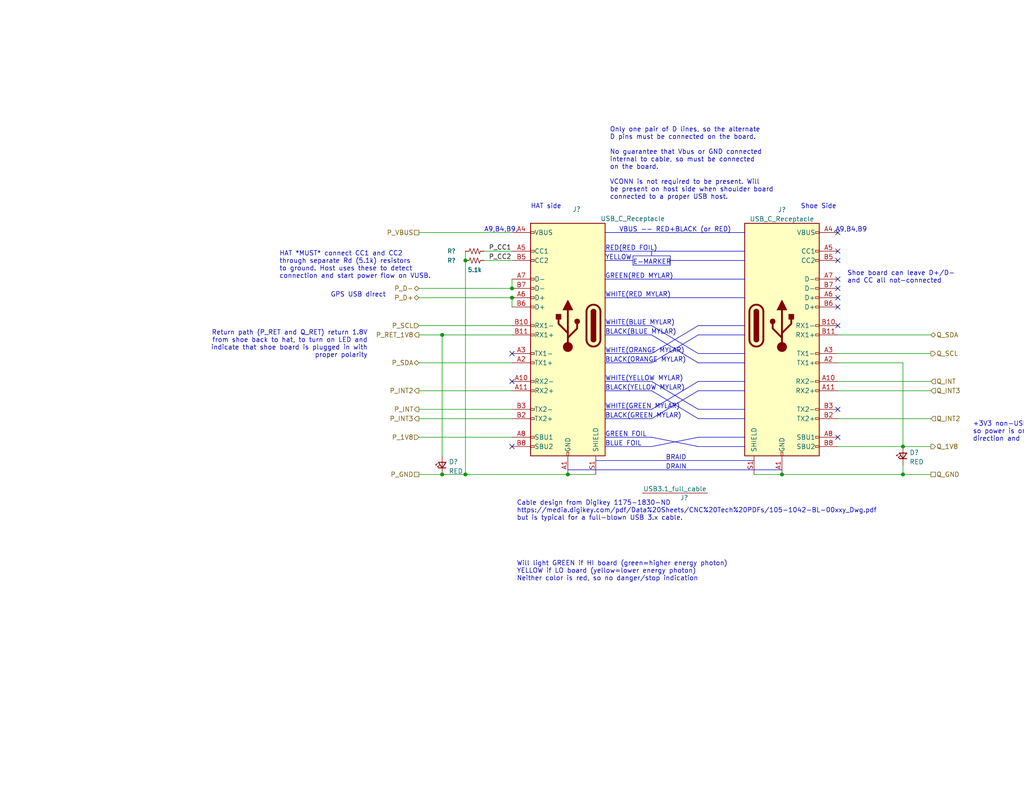
<source format=kicad_sch>
(kicad_sch (version 20211123) (generator eeschema)
  (paper "USLetter")
  (title_block (title "Rollercoasterometer") (date "2022-10-07") (company "Kwan Systems"))
  (lib_symbols
    (symbol "Connector:USB_C_Receptacle" (pin_names (offset 1.016))
      (property "Reference" "J" (at -10.16 29.21 0))
      (property "Value" "USB_C_Receptacle" (at 10.16 29.21 0))
      (symbol "USB_C_Receptacle_0_0"
        (rectangle (start -0.254 -35.56) (end 0.254 -34.544))
        (rectangle (start 10.16 -32.766) (end 9.144 -33.274))
        (rectangle (start 10.16 -30.226) (end 9.144 -30.734))
        (rectangle (start 10.16 -25.146) (end 9.144 -25.654))
        (rectangle (start 10.16 -22.606) (end 9.144 -23.114))
        (rectangle (start 10.16 -17.526) (end 9.144 -18.034))
        (rectangle (start 10.16 -14.986) (end 9.144 -15.494))
        (rectangle (start 10.16 -9.906) (end 9.144 -10.414))
        (rectangle (start 10.16 -7.366) (end 9.144 -7.874))
        (rectangle (start 10.16 -2.286) (end 9.144 -2.794))
        (rectangle (start 10.16 0.254) (end 9.144 -0.254))
        (rectangle (start 10.16 5.334) (end 9.144 4.826))
        (rectangle (start 10.16 7.874) (end 9.144 7.366))
        (rectangle (start 10.16 10.414) (end 9.144 9.906))
        (rectangle (start 10.16 12.954) (end 9.144 12.446))
        (rectangle (start 10.16 18.034) (end 9.144 17.526))
        (rectangle (start 10.16 20.574) (end 9.144 20.066))
        (rectangle (start 10.16 25.654) (end 9.144 25.146))
      )
      (symbol "USB_C_Receptacle_0_1"
        (rectangle (start -10.16 27.94) (end 10.16 -35.56) (stroke (width 0.254)) (fill (type background)))
        (arc (start -8.89 -3.81) (mid -6.985 -5.715) (end -5.08 -3.81) (stroke (width 0.508)))
        (arc (start -7.62 -3.81) (mid -6.985 -4.445) (end -6.35 -3.81) (stroke (width 0.254)))
        (arc (start -7.62 -3.81) (mid -6.985 -4.445) (end -6.35 -3.81) (stroke (width 0.254)) (fill (type outline)))
        (rectangle (start -7.62 -3.81) (end -6.35 3.81) (stroke (width 0.254)) (fill (type outline)))
        (arc (start -6.35 3.81) (mid -6.985 4.445) (end -7.62 3.81) (stroke (width 0.254)))
        (arc (start -6.35 3.81) (mid -6.985 4.445) (end -7.62 3.81) (stroke (width 0.254)) (fill (type outline)))
        (arc (start -5.08 3.81) (mid -6.985 5.715) (end -8.89 3.81) (stroke (width 0.508)))
        (polyline (pts (xy -8.89 -3.81) (xy -8.89 3.81)) (stroke (width 0.508)))
        (polyline (pts (xy -5.08 3.81) (xy -5.08 -3.81)) (stroke (width 0.508)))
      )
      (symbol "USB_C_Receptacle_1_1"
        (circle (center -2.54 1.143) (radius 0.635) (stroke (width 0.254)) (fill (type outline)))
        (circle (center 0 -5.842) (radius 1.27) (fill (type outline)))
        (polyline (pts (xy 0 -5.842) (xy 0 4.318)) (stroke (width 0.508)))
        (polyline (pts (xy 0 -3.302) (xy -2.54 -0.762) (xy -2.54 0.508)) (stroke (width 0.508)))
        (polyline (pts (xy 0 -2.032) (xy 2.54 0.508) (xy 2.54 1.778)) (stroke (width 0.508)))
        (polyline (pts (xy -1.27 4.318) (xy 0 6.858) (xy 1.27 4.318) (xy -1.27 4.318)) (stroke (width 0.254)) (fill (type outline)))
        (rectangle (start 1.905 1.778) (end 3.175 3.048) (stroke (width 0.254)) (fill (type outline)))
        (pin passive line (at 0 -40.64 90) (length 5.08) (name "GND") (number "A1"))
        (pin bidirectional line (at 15.24 -15.24 180) (length 5.08) (name "RX2-") (number "A10"))
        (pin bidirectional line (at 15.24 -17.78 180) (length 5.08) (name "RX2+") (number "A11"))
        (pin passive line (at 0 -40.64 90) (length 5.08) hide (name "GND") (number "A12"))
        (pin bidirectional line (at 15.24 -10.16 180) (length 5.08) (name "TX1+") (number "A2"))
        (pin bidirectional line (at 15.24 -7.62 180) (length 5.08) (name "TX1-") (number "A3"))
        (pin passive line (at 15.24 25.4 180) (length 5.08) (name "VBUS") (number "A4"))
        (pin bidirectional line (at 15.24 20.32 180) (length 5.08) (name "CC1") (number "A5"))
        (pin bidirectional line (at 15.24 7.62 180) (length 5.08) (name "D+") (number "A6"))
        (pin bidirectional line (at 15.24 12.7 180) (length 5.08) (name "D-") (number "A7"))
        (pin bidirectional line (at 15.24 -30.48 180) (length 5.08) (name "SBU1") (number "A8"))
        (pin passive line (at 15.24 25.4 180) (length 5.08) hide (name "VBUS") (number "A9"))
        (pin passive line (at 0 -40.64 90) (length 5.08) hide (name "GND") (number "B1"))
        (pin bidirectional line (at 15.24 0 180) (length 5.08) (name "RX1-") (number "B10"))
        (pin bidirectional line (at 15.24 -2.54 180) (length 5.08) (name "RX1+") (number "B11"))
        (pin passive line (at 0 -40.64 90) (length 5.08) hide (name "GND") (number "B12"))
        (pin bidirectional line (at 15.24 -25.4 180) (length 5.08) (name "TX2+") (number "B2"))
        (pin bidirectional line (at 15.24 -22.86 180) (length 5.08) (name "TX2-") (number "B3"))
        (pin passive line (at 15.24 25.4 180) (length 5.08) hide (name "VBUS") (number "B4"))
        (pin bidirectional line (at 15.24 17.78 180) (length 5.08) (name "CC2") (number "B5"))
        (pin bidirectional line (at 15.24 5.08 180) (length 5.08) (name "D+") (number "B6"))
        (pin bidirectional line (at 15.24 10.16 180) (length 5.08) (name "D-") (number "B7"))
        (pin bidirectional line (at 15.24 -33.02 180) (length 5.08) (name "SBU2") (number "B8"))
        (pin passive line (at 15.24 25.4 180) (length 5.08) hide (name "VBUS") (number "B9"))
        (pin passive line (at -7.62 -40.64 90) (length 5.08) (name "SHIELD") (number "S1"))
      )
    )
    (symbol "Device:LED_Small" (pin_numbers hide) (pin_names (offset 0.254) hide)
      (property "Reference" "D" (at -1.27 3.175 0))
      (property "Value" "LED_Small" (at -4.445 -2.54 0))
      (symbol "LED_Small_0_1"
        (polyline (pts (xy -0.762 -1.016) (xy -0.762 1.016)) (stroke (width 0.254)))
        (polyline (pts (xy 1.016 0) (xy -0.762 0)))
        (polyline (pts (xy 0.762 -1.016) (xy -0.762 0) (xy 0.762 1.016) (xy 0.762 -1.016)) (stroke (width 0.254)))
        (polyline (pts (xy 0 0.762) (xy -0.508 1.27) (xy -0.254 1.27) (xy -0.508 1.27) (xy -0.508 1.016)))
        (polyline (pts (xy 0.508 1.27) (xy 0 1.778) (xy 0.254 1.778) (xy 0 1.778) (xy 0 1.524)))
      )
      (symbol "LED_Small_1_1"
        (pin passive line (at -2.54 0 0) (length 1.778) (name "K") (number "1"))
        (pin passive line (at 2.54 0 180) (length 1.778) (name "A") (number "2"))
      )
    )
    (symbol "KwanSystems:RESISTOR" (pin_numbers hide) (pin_names (offset 1.016) hide)
      (property "Reference" "R" (at -1.27 1.27 0))
      (property "Value" "RESISTOR" (at -1.27 -2.54 0))
      (symbol "RESISTOR_0_1"
        (polyline (pts (xy 0 0) (xy -0.254 0.762) (xy -0.762 -0.762) (xy -1.27 0.762) (xy -1.524 0)))
        (polyline (pts (xy 0 0) (xy 0.254 -0.762) (xy 0.762 0.762) (xy 1.27 -0.762) (xy 1.524 0)))
      )
      (symbol "RESISTOR_1_1"
        (pin passive line (at -2.54 0 0) (length 0.9906) (name "1") (number "1"))
        (pin passive line (at 2.54 0 180) (length 0.9906) (name "2") (number "2"))
      )
    )
    (symbol "KwanSystems:USB3.1_full_cable" (on_board no)
      (property "Reference" "J" (at 0 0 0))
      (property "Value" "USB3.1_full_cable" (at 0 -2.54 0))
      (symbol "USB3.1_full_cable_0_1"
        (polyline (pts (xy -8.89 -1.27) (xy 8.89 -1.27)) (stroke (width 0.1524)))
      )
    )
  )
  (junction (at 127 129.54))
  (junction (at 213.36 129.54))
  (junction (at 246.38 121.92))
  (junction (at 127 71.12))
  (junction (at 139.7 81.28))
  (junction (at 120.65 91.44))
  (junction (at 246.38 129.54))
  (junction (at 139.7 78.74))
  (junction (at 120.65 129.54))
  (junction (at 154.94 129.54))
  (no_connect (at 228.6 119.38))
  (no_connect (at 228.6 68.58))
  (no_connect (at 228.6 71.12))
  (no_connect (at 228.6 83.82))
  (no_connect (at 228.6 76.2))
  (no_connect (at 228.6 78.74))
  (no_connect (at 228.6 81.28))
  (no_connect (at 139.7 121.92))
  (no_connect (at 139.7 104.14))
  (no_connect (at 228.6 111.76))
  (no_connect (at 228.6 88.9))
  (no_connect (at 139.7 96.52))
  (no_connect (at 228.6 63.5))
  (wire (pts (xy 162.56 129.54) (xy 154.94 129.54)))
  (wire (pts (xy 228.6 104.14) (xy 254 104.14)))
  (wire (pts (xy 114.3 91.44) (xy 120.65 91.44)))
  (wire (pts (xy 114.3 119.38) (xy 139.7 119.38)))
  (polyline (pts (xy 172.72 69.85) (xy 172.72 72.39)) (stroke (width 0) (type solid)))
  (polyline (pts (xy 190.5 119.38) (xy 203.2 119.38)) (stroke (width 0) (type solid)))
  (polyline (pts (xy 177.8 99.06) (xy 190.5 91.44)) (stroke (width 0) (type solid)))
  (wire (pts (xy 246.38 129.54) (xy 254 129.54)))
  (polyline (pts (xy 190.5 111.76) (xy 203.2 111.76)) (stroke (width 0) (type solid)))
  (wire (pts (xy 246.38 121.92) (xy 246.38 99.06)))
  (wire (pts (xy 228.6 99.06) (xy 246.38 99.06)))
  (polyline (pts (xy 172.72 72.39) (xy 182.88 72.39)) (stroke (width 0) (type solid)))
  (polyline (pts (xy 165.1 76.2) (xy 203.2 76.2)) (stroke (width 0) (type solid)))
  (polyline (pts (xy 190.5 88.9) (xy 203.2 88.9)) (stroke (width 0) (type solid)))
  (wire (pts (xy 114.3 106.68) (xy 139.7 106.68)))
  (polyline (pts (xy 165.1 121.92) (xy 177.8 121.92)) (stroke (width 0) (type solid)))
  (polyline (pts (xy 165.1 111.76) (xy 177.8 111.76)) (stroke (width 0) (type solid)))
  (polyline (pts (xy 165.1 68.58) (xy 203.2 68.58)) (stroke (width 0) (type solid)))
  (polyline (pts (xy 177.8 68.58) (xy 177.8 69.85)) (stroke (width 0) (type solid)))
  (polyline (pts (xy 165.1 119.38) (xy 177.8 119.38)) (stroke (width 0) (type solid)))
  (polyline (pts (xy 162.56 125.73) (xy 205.74 125.73)) (stroke (width 0) (type solid)))
  (wire (pts (xy 132.08 68.58) (xy 139.7 68.58)))
  (polyline (pts (xy 165.1 96.52) (xy 177.8 96.52)) (stroke (width 0) (type solid)))
  (polyline (pts (xy 182.88 71.12) (xy 203.2 71.12)) (stroke (width 0) (type solid)))
  (polyline (pts (xy 165.1 106.68) (xy 177.8 106.68)) (stroke (width 0) (type solid)))
  (polyline (pts (xy 190.5 96.52) (xy 203.2 96.52)) (stroke (width 0) (type solid)))
  (wire (pts (xy 114.3 111.76) (xy 139.7 111.76)))
  (wire (pts (xy 114.3 99.06) (xy 139.7 99.06)))
  (polyline (pts (xy 165.1 88.9) (xy 177.8 88.9)) (stroke (width 0) (type solid)))
  (wire (pts (xy 228.6 114.3) (xy 254 114.3)))
  (polyline (pts (xy 190.5 114.3) (xy 203.2 114.3)) (stroke (width 0) (type solid)))
  (wire (pts (xy 132.08 71.12) (xy 139.7 71.12)))
  (wire (pts (xy 213.36 129.54) (xy 246.38 129.54)))
  (wire (pts (xy 120.65 91.44) (xy 120.65 124.46)))
  (wire (pts (xy 114.3 81.28) (xy 139.7 81.28)))
  (polyline (pts (xy 165.1 71.12) (xy 172.72 71.12)) (stroke (width 0) (type solid)))
  (wire (pts (xy 139.7 81.28) (xy 139.7 83.82)))
  (wire (pts (xy 246.38 127) (xy 246.38 129.54)))
  (wire (pts (xy 246.38 121.92) (xy 254 121.92)))
  (wire (pts (xy 114.3 78.74) (xy 139.7 78.74)))
  (wire (pts (xy 120.65 129.54) (xy 127 129.54)))
  (polyline (pts (xy 165.1 81.28) (xy 203.2 81.28)) (stroke (width 0) (type solid)))
  (wire (pts (xy 228.6 96.52) (xy 254 96.52)))
  (polyline (pts (xy 165.1 99.06) (xy 177.8 99.06)) (stroke (width 0) (type solid)))
  (wire (pts (xy 114.3 88.9) (xy 139.7 88.9)))
  (polyline (pts (xy 177.8 111.76) (xy 190.5 104.14)) (stroke (width 0) (type solid)))
  (wire (pts (xy 205.74 129.54) (xy 213.36 129.54)))
  (wire (pts (xy 127 129.54) (xy 154.94 129.54)))
  (wire (pts (xy 127 68.58) (xy 127 71.12)))
  (polyline (pts (xy 177.8 96.52) (xy 190.5 88.9)) (stroke (width 0) (type solid)))
  (polyline (pts (xy 165.1 114.3) (xy 177.8 114.3)) (stroke (width 0) (type solid)))
  (polyline (pts (xy 190.5 91.44) (xy 203.2 91.44)) (stroke (width 0) (type solid)))
  (polyline (pts (xy 165.1 91.44) (xy 177.8 91.44)) (stroke (width 0) (type solid)))
  (polyline (pts (xy 165.1 104.14) (xy 177.8 104.14)) (stroke (width 0) (type solid)))
  (polyline (pts (xy 182.88 72.39) (xy 182.88 69.85)) (stroke (width 0) (type solid)))
  (polyline (pts (xy 190.5 104.14) (xy 203.2 104.14)) (stroke (width 0) (type solid)))
  (wire (pts (xy 139.7 91.44) (xy 120.65 91.44)))
  (polyline (pts (xy 154.94 128.27) (xy 213.36 128.27)) (stroke (width 0) (type solid)))
  (wire (pts (xy 114.3 114.3) (xy 139.7 114.3)))
  (polyline (pts (xy 177.8 121.92) (xy 190.5 119.38)) (stroke (width 0) (type solid)))
  (polyline (pts (xy 177.8 114.3) (xy 190.5 106.68)) (stroke (width 0) (type solid)))
  (wire (pts (xy 254 91.44) (xy 228.6 91.44)))
  (polyline (pts (xy 177.8 106.68) (xy 190.5 114.3)) (stroke (width 0) (type solid)))
  (polyline (pts (xy 177.8 119.38) (xy 190.5 121.92)) (stroke (width 0) (type solid)))
  (wire (pts (xy 139.7 76.2) (xy 139.7 78.74)))
  (wire (pts (xy 114.3 129.54) (xy 120.65 129.54)))
  (polyline (pts (xy 182.88 69.85) (xy 172.72 69.85)) (stroke (width 0) (type solid)))
  (polyline (pts (xy 177.8 104.14) (xy 190.5 111.76)) (stroke (width 0) (type solid)))
  (wire (pts (xy 114.3 63.5) (xy 139.7 63.5)))
  (polyline (pts (xy 190.5 106.68) (xy 203.2 106.68)) (stroke (width 0) (type solid)))
  (polyline (pts (xy 190.5 121.92) (xy 203.2 121.92)) (stroke (width 0) (type solid)))
  (polyline (pts (xy 177.8 91.44) (xy 190.5 99.06)) (stroke (width 0) (type solid)))
  (polyline (pts (xy 177.8 88.9) (xy 190.5 96.52)) (stroke (width 0) (type solid)))
  (polyline (pts (xy 165.1 63.5) (xy 203.2 63.5)) (stroke (width 0) (type solid)))
  (wire (pts (xy 228.6 106.68) (xy 254 106.68)))
  (wire (pts (xy 127 71.12) (xy 127 129.54)))
  (polyline (pts (xy 190.5 99.06) (xy 203.2 99.06)) (stroke (width 0) (type solid)))
  (wire (pts (xy 228.6 121.92) (xy 246.38 121.92)))
  (text "A9,B4,B9," (at 132.08 63.5 0) (effects (font (size 1.27 1.27)) (justify left bottom)))
  (text "HAT *MUST* connect CC1 and CC2\nthrough separate Rd (5.1k) resistors \nto ground. Host uses these to detect\nconnection and start power flow on VUSB." (at 76.2 76.2 0) (effects (font (size 1.27 1.27)) (justify left bottom)))
  (text "Cable design from Digikey 1175-1830-ND\nhttps://media.digikey.com/pdf/Data%20Sheets/CNC%20Tech%20PDFs/105-1042-BL-00xxy_Dwg.pdf\nbut is typical for a full-blown USB 3.x cable." (at 140.97 142.24 0) (effects (font (size 1.27 1.27)) (justify left bottom)))
  (text "HAT side" (at 144.78 57.15 0) (effects (font (size 1.27 1.27)) (justify left bottom)))
  (text "E-MARKER" (at 172.72 72.39 0) (effects (font (size 1.27 1.27)) (justify left bottom)))
  (text "DRAIN" (at 181.61 128.27 0) (effects (font (size 1.27 1.27)) (justify left bottom)))
  (text "VBUS -- RED+BLACK (or RED)" (at 168.91 63.5 0) (effects (font (size 1.27 1.27)) (justify left bottom)))
  (text ",A9,B4,B9" (at 227.33 63.5 0) (effects (font (size 1.27 1.27)) (justify left bottom)))
  (text "Shoe Side" (at 218.44 57.15 0) (effects (font (size 1.27 1.27)) (justify left bottom)))
  (text "WHITE(BLUE MYLAR)" (at 165.1 88.9 0) (effects (font (size 1.27 1.27)) (justify left bottom)))
  (text "GREEN(RED MYLAR)" (at 165.1 76.2 0) (effects (font (size 1.27 1.27)) (justify left bottom)))
  (text "BLACK(GREEN MYLAR)" (at 165.1 114.3 0) (effects (font (size 1.27 1.27)) (justify left bottom)))
  (text "Only one pair of D lines, so the alternate\nD pins must be connected on the board.\n\nNo guarantee that Vbus or GND connected\ninternal to cable, so must be connected\non the board.\n\nVCONN is not required to be present. Will\nbe present on host side when shoulder board\nconnected to a proper USB host." (at 166.37 54.61 0) (effects (font (size 1.27 1.27)) (justify left bottom)))
  (text "GREEN FOIL" (at 165.1 119.38 0) (effects (font (size 1.27 1.27)) (justify left bottom)))
  (text "Return path (P_RET and Q_RET) return 1.8V\nfrom shoe back to hat, to turn on LED and\nindicate that shoe board is plugged in with\nproper polarity" (at 100.33 97.79 0) (effects (font (size 1.27 1.27)) (justify right bottom)))
  (text "WHITE(YELLOW MYLAR)" (at 165.1 104.14 0) (effects (font (size 1.27 1.27)) (justify left bottom)))
  (text "YELLOW" (at 165.1 71.12 0) (effects (font (size 1.27 1.27)) (justify left bottom)))
  (text "BRAID" (at 181.61 125.73 0) (effects (font (size 1.27 1.27)) (justify left bottom)))
  (text "Will light GREEN if HI board (green=higher energy photon)\nYELLOW if LO board (yellow=lower energy photon)\nNeither color is red, so no danger/stop indication" (at 140.97 158.75 0) (effects (font (size 1.27 1.27)) (justify left bottom)))
  (text "WHITE(ORANGE MYLAR)" (at 165.1 96.52 0) (effects (font (size 1.27 1.27)) (justify left bottom)))
  (text "BLACK(ORANGE MYLAR)" (at 165.1 99.06 0) (effects (font (size 1.27 1.27)) (justify left bottom)))
  (text "RED(RED FOIL)" (at 165.1 68.58 0) (effects (font (size 1.27 1.27)) (justify left bottom)))
  (text "Shoe board can leave D+/D- \nand CC all not-connected" (at 231.14 77.47 0) (effects (font (size 1.27 1.27)) (justify left bottom)))
  (text "WHITE(RED MYLAR)" (at 165.1 81.28 0) (effects (font (size 1.27 1.27)) (justify left bottom)))
  (text "GPS USB direct" (at 90.17 81.28 0) (effects (font (size 1.27 1.27)) (justify left bottom)))
  (text "BLACK(YELLOW MYLAR)" (at 165.1 106.68 0) (effects (font (size 1.27 1.27)) (justify left bottom)))
  (text "BLUE FOIL" (at 165.1 121.92 0) (effects (font (size 1.27 1.27)) (justify left bottom)))
  (text "BLACK(BLUE MYLAR)" (at 165.1 91.44 0) (effects (font (size 1.27 1.27)) (justify left bottom)))
  (text "+3V3 non-USB supply. Intentionally polarized,\nso power is only supplied if wire is correct\ndirection and other signals are aligned." (at 265.43 120.65 0) (effects (font (size 1.27 1.27)) (justify left bottom)))
  (text "WHITE(GREEN MYLAR)" (at 165.1 111.76 0) (effects (font (size 1.27 1.27)) (justify left bottom)))
  (label "P_CC2" (at 133.35 71.12 0))
  (label "P_CC1" (at 133.35 68.58 0))
  (hierarchical_label "P_RET_1V8" (shape output) (at 114.3 91.44 180))
  (hierarchical_label "P_SDA" (shape bidirectional) (at 114.3 99.06 180))
  (hierarchical_label "Q_INT" (shape input) (at 254 104.14 0))
  (hierarchical_label "P_INT3" (shape output) (at 114.3 114.3 180))
  (hierarchical_label "P_SCL" (shape input) (at 114.3 88.9 180))
  (hierarchical_label "P_D+" (shape bidirectional) (at 114.3 81.28 180))
  (hierarchical_label "Q_INT3" (shape input) (at 254 106.68 0))
  (hierarchical_label "P_INT2" (shape output) (at 114.3 106.68 180))
  (hierarchical_label "P_GND" (shape passive) (at 114.3 129.54 180))
  (hierarchical_label "P_INT" (shape output) (at 114.3 111.76 180))
  (hierarchical_label "P_D-" (shape bidirectional) (at 114.3 78.74 180))
  (hierarchical_label "P_VBUS" (shape passive) (at 114.3 63.5 180))
  (hierarchical_label "Q_INT2" (shape input) (at 254 114.3 0))
  (hierarchical_label "Q_SDA" (shape bidirectional) (at 254 91.44 0))
  (hierarchical_label "Q_SCL" (shape output) (at 254 96.52 0))
  (hierarchical_label "Q_1V8" (shape output) (at 254 121.92 0))
  (hierarchical_label "Q_GND" (shape passive) (at 254 129.54 0))
  (hierarchical_label "P_1V8" (shape input) (at 114.3 119.38 180))
  (symbol (lib_id "Connector:USB_C_Receptacle") (at 154.94 88.9 0) (mirror y)
    (property "Reference" "J?" (at 156.21 57.15 0) (effects (justify right)))
    (property "Value" "USB_C_Receptacle" (at 163.83 59.69 0) (effects (justify right)))
    (property "Footprint" "KwanSystems:USB_C_Amphenol_MidMount_with_cutout" (effects hide))
    (property "Datasheet" "https://www.usb.org/sites/default/files/documents/usb_type-c.zip" (effects hide))
    (property "Purpose" "Pocket board USB+ connector" (effects hide))
    (property "Digikey" "664-12402072E512ACT-ND" (effects hide))
  )
  (symbol (lib_id "Device:LED_Small") (at 120.65 127 90)
    (property "Reference" "D?" (at 122.428 126.1018 90) (effects (justify right)))
    (property "Value" "RED" (at 122.428 128.6387 90) (effects (justify right)))
    (property "Footprint" "LED_SMD:LED_0603_1608Metric" (effects hide))
    (property "Digikey" "754-1123-1-ND" (effects hide))
  )
  (symbol (lib_id "KwanSystems:RESISTOR") (at 129.54 71.12 0)
    (property "Reference" "R?" (at 123.19 71.12 0) (effects (font (size 1.143 1.143))))
    (property "Value" "5.1k" (at 129.54 73.66 0) (effects (font (size 1.143 1.143))))
    (property "Footprint" "Resistor_SMD:R_0402_1005Metric" (effects hide))
    (property "Digikey" "P5.1KJCT-ND" (effects hide))
  )
  (symbol (lib_id "KwanSystems:RESISTOR") (at 129.54 68.58 0)
    (property "Reference" "R?" (at 123.19 68.58 0) (effects (font (size 1.143 1.143))))
    (property "Value" "5.1k" (at 129.54 73.66 0) (effects (font (size 1.143 1.143))))
    (property "Footprint" "Resistor_SMD:R_0402_1005Metric" (effects hide))
    (property "Digikey" "P5.1KJCT-ND" (effects hide))
  )
  (symbol (lib_id "Connector:USB_C_Receptacle") (at 213.36 88.9 0)
    (property "Reference" "J?" (at 213.36 57.2602 0))
    (property "Value" "USB_C_Receptacle" (at 213.36 59.7971 0))
    (property "Footprint" "KwanSystems:USB_C_Amphenol_MidMount_with_cutout" (effects hide))
    (property "Datasheet" "https://www.usb.org/sites/default/files/documents/usb_type-c.zip" (effects hide))
    (property "Purpose" "Remote board USB+ connector" (effects hide))
    (property "Digikey" "664-12402072E512ACT-ND" (effects hide))
  )
  (symbol (lib_id "KwanSystems:USB3.1_full_cable") (at 184.15 133.35 0) (on_board no)
    (property "Reference" "J?" (at 186.69 135.89 0))
    (property "Value" "USB3.1_full_cable" (at 184.15 133.4794 0))
    (property "Digikey" "839-10-03674-ND" (effects hide))
    (property "Purpose" "Connector cables" (effects hide))
  )
  (symbol (lib_id "Device:LED_Small") (at 246.38 124.46 90)
    (property "Reference" "D?" (at 248.158 123.5618 90) (effects (justify right)))
    (property "Value" "RED" (at 248.158 126.0987 90) (effects (justify right)))
    (property "Footprint" "LED_SMD:LED_0603_1608Metric" (effects hide))
    (property "Digikey" "754-1123-1-ND" (effects hide))
  )
)
</source>
